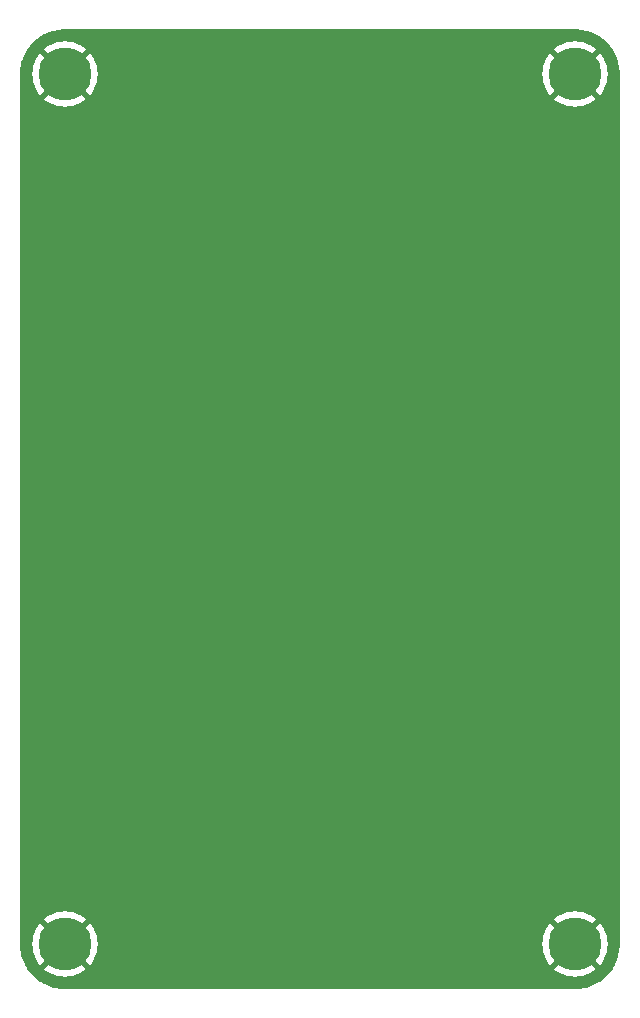
<source format=gbr>
%TF.GenerationSoftware,KiCad,Pcbnew,8.0.8*%
%TF.CreationDate,2025-08-24T09:26:36-04:00*%
%TF.ProjectId,project-protoboard,70726f6a-6563-4742-9d70-726f746f626f,rev?*%
%TF.SameCoordinates,Original*%
%TF.FileFunction,Copper,L2,Bot*%
%TF.FilePolarity,Positive*%
%FSLAX46Y46*%
G04 Gerber Fmt 4.6, Leading zero omitted, Abs format (unit mm)*
G04 Created by KiCad (PCBNEW 8.0.8) date 2025-08-24 09:26:36*
%MOMM*%
%LPD*%
G01*
G04 APERTURE LIST*
%TA.AperFunction,ComponentPad*%
%ADD10C,4.500000*%
%TD*%
%TA.AperFunction,ViaPad*%
%ADD11C,0.800000*%
%TD*%
G04 APERTURE END LIST*
D10*
%TO.P,H4,1,1*%
%TO.N,GND*%
X119380000Y-96520000D03*
%TD*%
%TO.P,H2,1,1*%
%TO.N,GND*%
X119380000Y-22860000D03*
%TD*%
%TO.P,H1,1,1*%
%TO.N,GND*%
X76200000Y-22860000D03*
%TD*%
%TO.P,H3,1,1*%
%TO.N,GND*%
X76200000Y-96520000D03*
%TD*%
D11*
%TO.N,GND*%
X73660000Y-55880000D03*
X73660000Y-93980000D03*
X113030000Y-99060000D03*
X73660000Y-53340000D03*
X82550000Y-99060000D03*
X121920000Y-93980000D03*
X101600000Y-99060000D03*
X79756000Y-52324000D03*
X93980000Y-99060000D03*
%TD*%
%TA.AperFunction,Conductor*%
%TO.N,GND*%
G36*
X119380840Y-19050010D02*
G01*
X119573856Y-19052536D01*
X119585172Y-19053203D01*
X119969967Y-19093646D01*
X119982783Y-19095676D01*
X120360419Y-19175945D01*
X120372954Y-19179304D01*
X120740136Y-19298609D01*
X120752253Y-19303260D01*
X121104964Y-19460297D01*
X121116514Y-19466182D01*
X121450872Y-19659223D01*
X121461753Y-19666289D01*
X121774101Y-19893224D01*
X121784187Y-19901392D01*
X122071096Y-20159725D01*
X122080274Y-20168903D01*
X122338607Y-20455812D01*
X122346775Y-20465898D01*
X122573710Y-20778246D01*
X122580779Y-20789132D01*
X122773813Y-21123478D01*
X122779706Y-21135043D01*
X122936739Y-21487746D01*
X122941390Y-21499863D01*
X123060695Y-21867045D01*
X123064054Y-21879582D01*
X123144322Y-22257214D01*
X123146353Y-22270034D01*
X123186795Y-22654815D01*
X123187463Y-22666153D01*
X123189989Y-22859158D01*
X123190000Y-22860781D01*
X123190000Y-96519218D01*
X123189989Y-96520841D01*
X123187463Y-96713846D01*
X123186795Y-96725184D01*
X123146353Y-97109965D01*
X123144322Y-97122785D01*
X123064054Y-97500417D01*
X123060695Y-97512954D01*
X122941390Y-97880136D01*
X122936739Y-97892253D01*
X122779706Y-98244956D01*
X122773813Y-98256521D01*
X122580779Y-98590867D01*
X122573710Y-98601753D01*
X122346775Y-98914101D01*
X122338607Y-98924187D01*
X122080274Y-99211096D01*
X122071096Y-99220274D01*
X121784187Y-99478607D01*
X121774101Y-99486775D01*
X121461753Y-99713710D01*
X121450867Y-99720779D01*
X121116521Y-99913813D01*
X121104956Y-99919706D01*
X120752253Y-100076739D01*
X120740136Y-100081390D01*
X120372954Y-100200695D01*
X120360417Y-100204054D01*
X119982785Y-100284322D01*
X119969965Y-100286353D01*
X119585184Y-100326795D01*
X119573846Y-100327463D01*
X119387914Y-100329896D01*
X119380839Y-100329989D01*
X119379219Y-100330000D01*
X76200781Y-100330000D01*
X76199160Y-100329989D01*
X76191890Y-100329893D01*
X76006153Y-100327463D01*
X75994815Y-100326795D01*
X75610034Y-100286353D01*
X75597214Y-100284322D01*
X75219582Y-100204054D01*
X75207045Y-100200695D01*
X74839863Y-100081390D01*
X74827746Y-100076739D01*
X74475043Y-99919706D01*
X74463478Y-99913813D01*
X74129132Y-99720779D01*
X74118246Y-99713710D01*
X73805898Y-99486775D01*
X73795812Y-99478607D01*
X73508903Y-99220274D01*
X73499725Y-99211096D01*
X73241392Y-98924187D01*
X73233224Y-98914101D01*
X73141124Y-98787337D01*
X73006286Y-98601749D01*
X72999220Y-98590867D01*
X72806182Y-98256514D01*
X72800297Y-98244964D01*
X72643260Y-97892253D01*
X72638609Y-97880136D01*
X72519304Y-97512954D01*
X72515945Y-97500417D01*
X72515203Y-97496928D01*
X72435676Y-97122783D01*
X72433646Y-97109965D01*
X72393203Y-96725172D01*
X72392536Y-96713856D01*
X72390011Y-96520840D01*
X72390005Y-96520000D01*
X73444974Y-96520000D01*
X73465060Y-96852076D01*
X73525032Y-97179329D01*
X73623999Y-97496928D01*
X73624005Y-97496943D01*
X73760543Y-97800319D01*
X73760545Y-97800321D01*
X73932657Y-98085031D01*
X73932662Y-98085039D01*
X74085862Y-98280583D01*
X75084728Y-97281716D01*
X75170278Y-97399466D01*
X75320534Y-97549722D01*
X75438281Y-97635270D01*
X74439415Y-98634136D01*
X74439415Y-98634137D01*
X74634960Y-98787337D01*
X74634968Y-98787342D01*
X74919678Y-98959454D01*
X74919680Y-98959456D01*
X75223056Y-99095994D01*
X75223071Y-99096000D01*
X75540670Y-99194967D01*
X75867923Y-99254939D01*
X76200000Y-99275025D01*
X76532076Y-99254939D01*
X76859329Y-99194967D01*
X77176928Y-99096000D01*
X77176943Y-99095994D01*
X77480319Y-98959456D01*
X77480321Y-98959454D01*
X77765030Y-98787343D01*
X77960583Y-98634137D01*
X77960583Y-98634136D01*
X76961717Y-97635270D01*
X77079466Y-97549722D01*
X77229722Y-97399466D01*
X77315270Y-97281717D01*
X78314136Y-98280583D01*
X78314137Y-98280583D01*
X78467343Y-98085030D01*
X78639454Y-97800321D01*
X78639456Y-97800319D01*
X78775994Y-97496943D01*
X78776000Y-97496928D01*
X78874967Y-97179329D01*
X78934939Y-96852076D01*
X78955025Y-96520000D01*
X116624974Y-96520000D01*
X116645060Y-96852076D01*
X116705032Y-97179329D01*
X116803999Y-97496928D01*
X116804005Y-97496943D01*
X116940543Y-97800319D01*
X116940545Y-97800321D01*
X117112657Y-98085031D01*
X117112662Y-98085039D01*
X117265862Y-98280583D01*
X118264728Y-97281716D01*
X118350278Y-97399466D01*
X118500534Y-97549722D01*
X118618281Y-97635270D01*
X117619415Y-98634136D01*
X117619415Y-98634137D01*
X117814960Y-98787337D01*
X117814968Y-98787342D01*
X118099678Y-98959454D01*
X118099680Y-98959456D01*
X118403056Y-99095994D01*
X118403071Y-99096000D01*
X118720670Y-99194967D01*
X119047923Y-99254939D01*
X119380000Y-99275025D01*
X119712076Y-99254939D01*
X120039329Y-99194967D01*
X120356928Y-99096000D01*
X120356943Y-99095994D01*
X120660319Y-98959456D01*
X120660321Y-98959454D01*
X120945030Y-98787343D01*
X121140583Y-98634137D01*
X121140583Y-98634136D01*
X120141717Y-97635270D01*
X120259466Y-97549722D01*
X120409722Y-97399466D01*
X120495270Y-97281717D01*
X121494136Y-98280583D01*
X121494137Y-98280583D01*
X121647343Y-98085030D01*
X121819454Y-97800321D01*
X121819456Y-97800319D01*
X121955994Y-97496943D01*
X121956000Y-97496928D01*
X122054967Y-97179329D01*
X122114939Y-96852076D01*
X122135025Y-96520000D01*
X122114939Y-96187923D01*
X122054967Y-95860670D01*
X121956000Y-95543071D01*
X121955994Y-95543056D01*
X121819456Y-95239680D01*
X121819454Y-95239678D01*
X121647342Y-94954968D01*
X121647337Y-94954960D01*
X121494136Y-94759415D01*
X120495270Y-95758281D01*
X120409722Y-95640534D01*
X120259466Y-95490278D01*
X120141716Y-95404728D01*
X121140583Y-94405862D01*
X121140583Y-94405861D01*
X120945039Y-94252662D01*
X120945031Y-94252657D01*
X120660321Y-94080545D01*
X120660319Y-94080543D01*
X120356943Y-93944005D01*
X120356928Y-93943999D01*
X120039329Y-93845032D01*
X119712076Y-93785060D01*
X119380000Y-93764974D01*
X119047923Y-93785060D01*
X118720670Y-93845032D01*
X118403071Y-93943999D01*
X118403056Y-93944005D01*
X118099680Y-94080543D01*
X118099678Y-94080545D01*
X117814968Y-94252657D01*
X117619415Y-94405862D01*
X118618282Y-95404729D01*
X118500534Y-95490278D01*
X118350278Y-95640534D01*
X118264729Y-95758282D01*
X117265862Y-94759415D01*
X117112657Y-94954968D01*
X116940545Y-95239678D01*
X116940543Y-95239680D01*
X116804005Y-95543056D01*
X116803999Y-95543071D01*
X116705032Y-95860670D01*
X116645060Y-96187923D01*
X116624974Y-96520000D01*
X78955025Y-96520000D01*
X78934939Y-96187923D01*
X78874967Y-95860670D01*
X78776000Y-95543071D01*
X78775994Y-95543056D01*
X78639456Y-95239680D01*
X78639454Y-95239678D01*
X78467342Y-94954968D01*
X78467337Y-94954960D01*
X78314136Y-94759415D01*
X77315270Y-95758281D01*
X77229722Y-95640534D01*
X77079466Y-95490278D01*
X76961716Y-95404728D01*
X77960583Y-94405862D01*
X77960583Y-94405861D01*
X77765039Y-94252662D01*
X77765031Y-94252657D01*
X77480321Y-94080545D01*
X77480319Y-94080543D01*
X77176943Y-93944005D01*
X77176928Y-93943999D01*
X76859329Y-93845032D01*
X76532076Y-93785060D01*
X76200000Y-93764974D01*
X75867923Y-93785060D01*
X75540670Y-93845032D01*
X75223071Y-93943999D01*
X75223056Y-93944005D01*
X74919680Y-94080543D01*
X74919678Y-94080545D01*
X74634968Y-94252657D01*
X74439415Y-94405862D01*
X75438282Y-95404729D01*
X75320534Y-95490278D01*
X75170278Y-95640534D01*
X75084729Y-95758282D01*
X74085862Y-94759415D01*
X73932657Y-94954968D01*
X73760545Y-95239678D01*
X73760543Y-95239680D01*
X73624005Y-95543056D01*
X73623999Y-95543071D01*
X73525032Y-95860670D01*
X73465060Y-96187923D01*
X73444974Y-96520000D01*
X72390005Y-96520000D01*
X72390000Y-96519218D01*
X72390000Y-22860781D01*
X72390005Y-22860000D01*
X73444974Y-22860000D01*
X73465060Y-23192076D01*
X73525032Y-23519329D01*
X73623999Y-23836928D01*
X73624005Y-23836943D01*
X73760543Y-24140319D01*
X73760545Y-24140321D01*
X73932657Y-24425031D01*
X73932662Y-24425039D01*
X74085862Y-24620583D01*
X75084728Y-23621716D01*
X75170278Y-23739466D01*
X75320534Y-23889722D01*
X75438281Y-23975270D01*
X74439415Y-24974136D01*
X74439415Y-24974137D01*
X74634960Y-25127337D01*
X74634968Y-25127342D01*
X74919678Y-25299454D01*
X74919680Y-25299456D01*
X75223056Y-25435994D01*
X75223071Y-25436000D01*
X75540670Y-25534967D01*
X75867923Y-25594939D01*
X76200000Y-25615025D01*
X76532076Y-25594939D01*
X76859329Y-25534967D01*
X77176928Y-25436000D01*
X77176943Y-25435994D01*
X77480319Y-25299456D01*
X77480321Y-25299454D01*
X77765030Y-25127343D01*
X77960583Y-24974137D01*
X77960583Y-24974136D01*
X76961717Y-23975270D01*
X77079466Y-23889722D01*
X77229722Y-23739466D01*
X77315270Y-23621717D01*
X78314136Y-24620583D01*
X78314137Y-24620583D01*
X78467343Y-24425030D01*
X78639454Y-24140321D01*
X78639456Y-24140319D01*
X78775994Y-23836943D01*
X78776000Y-23836928D01*
X78874967Y-23519329D01*
X78934939Y-23192076D01*
X78955025Y-22860000D01*
X116624974Y-22860000D01*
X116645060Y-23192076D01*
X116705032Y-23519329D01*
X116803999Y-23836928D01*
X116804005Y-23836943D01*
X116940543Y-24140319D01*
X116940545Y-24140321D01*
X117112657Y-24425031D01*
X117112662Y-24425039D01*
X117265862Y-24620583D01*
X118264728Y-23621716D01*
X118350278Y-23739466D01*
X118500534Y-23889722D01*
X118618281Y-23975270D01*
X117619415Y-24974136D01*
X117619415Y-24974137D01*
X117814960Y-25127337D01*
X117814968Y-25127342D01*
X118099678Y-25299454D01*
X118099680Y-25299456D01*
X118403056Y-25435994D01*
X118403071Y-25436000D01*
X118720670Y-25534967D01*
X119047923Y-25594939D01*
X119380000Y-25615025D01*
X119712076Y-25594939D01*
X120039329Y-25534967D01*
X120356928Y-25436000D01*
X120356943Y-25435994D01*
X120660319Y-25299456D01*
X120660321Y-25299454D01*
X120945030Y-25127343D01*
X121140583Y-24974137D01*
X121140583Y-24974136D01*
X120141717Y-23975270D01*
X120259466Y-23889722D01*
X120409722Y-23739466D01*
X120495270Y-23621717D01*
X121494136Y-24620583D01*
X121494137Y-24620583D01*
X121647343Y-24425030D01*
X121819454Y-24140321D01*
X121819456Y-24140319D01*
X121955994Y-23836943D01*
X121956000Y-23836928D01*
X122054967Y-23519329D01*
X122114939Y-23192076D01*
X122135025Y-22860000D01*
X122114939Y-22527923D01*
X122054967Y-22200670D01*
X121956000Y-21883071D01*
X121955994Y-21883056D01*
X121819456Y-21579680D01*
X121819454Y-21579678D01*
X121647342Y-21294968D01*
X121647337Y-21294960D01*
X121494136Y-21099415D01*
X120495270Y-22098281D01*
X120409722Y-21980534D01*
X120259466Y-21830278D01*
X120141716Y-21744728D01*
X121140583Y-20745862D01*
X121140583Y-20745861D01*
X120945039Y-20592662D01*
X120945031Y-20592657D01*
X120660321Y-20420545D01*
X120660319Y-20420543D01*
X120356943Y-20284005D01*
X120356928Y-20283999D01*
X120039329Y-20185032D01*
X119712076Y-20125060D01*
X119380000Y-20104974D01*
X119047923Y-20125060D01*
X118720670Y-20185032D01*
X118403071Y-20283999D01*
X118403056Y-20284005D01*
X118099680Y-20420543D01*
X118099678Y-20420545D01*
X117814968Y-20592657D01*
X117619415Y-20745862D01*
X118618282Y-21744729D01*
X118500534Y-21830278D01*
X118350278Y-21980534D01*
X118264729Y-22098282D01*
X117265862Y-21099415D01*
X117112657Y-21294968D01*
X116940545Y-21579678D01*
X116940543Y-21579680D01*
X116804005Y-21883056D01*
X116803999Y-21883071D01*
X116705032Y-22200670D01*
X116645060Y-22527923D01*
X116624974Y-22860000D01*
X78955025Y-22860000D01*
X78934939Y-22527923D01*
X78874967Y-22200670D01*
X78776000Y-21883071D01*
X78775994Y-21883056D01*
X78639456Y-21579680D01*
X78639454Y-21579678D01*
X78467342Y-21294968D01*
X78467337Y-21294960D01*
X78314136Y-21099415D01*
X77315270Y-22098281D01*
X77229722Y-21980534D01*
X77079466Y-21830278D01*
X76961716Y-21744728D01*
X77960583Y-20745862D01*
X77960583Y-20745861D01*
X77765039Y-20592662D01*
X77765031Y-20592657D01*
X77480321Y-20420545D01*
X77480319Y-20420543D01*
X77176943Y-20284005D01*
X77176928Y-20283999D01*
X76859329Y-20185032D01*
X76532076Y-20125060D01*
X76200000Y-20104974D01*
X75867923Y-20125060D01*
X75540670Y-20185032D01*
X75223071Y-20283999D01*
X75223056Y-20284005D01*
X74919680Y-20420543D01*
X74919678Y-20420545D01*
X74634968Y-20592657D01*
X74439415Y-20745862D01*
X75438282Y-21744729D01*
X75320534Y-21830278D01*
X75170278Y-21980534D01*
X75084729Y-22098282D01*
X74085862Y-21099415D01*
X73932657Y-21294968D01*
X73760545Y-21579678D01*
X73760543Y-21579680D01*
X73624005Y-21883056D01*
X73623999Y-21883071D01*
X73525032Y-22200670D01*
X73465060Y-22527923D01*
X73444974Y-22860000D01*
X72390005Y-22860000D01*
X72390011Y-22859159D01*
X72390011Y-22859158D01*
X72392536Y-22666142D01*
X72393203Y-22654828D01*
X72433646Y-22270029D01*
X72435677Y-22257214D01*
X72447696Y-22200670D01*
X72515946Y-21879575D01*
X72519304Y-21867045D01*
X72612676Y-21579678D01*
X72638611Y-21499857D01*
X72643260Y-21487746D01*
X72800301Y-21135027D01*
X72806178Y-21123493D01*
X72999228Y-20789118D01*
X73006280Y-20778258D01*
X73233231Y-20465889D01*
X73241385Y-20455820D01*
X73499734Y-20168893D01*
X73508893Y-20159734D01*
X73795820Y-19901385D01*
X73805889Y-19893231D01*
X74118258Y-19666280D01*
X74129118Y-19659228D01*
X74463493Y-19466178D01*
X74475027Y-19460301D01*
X74827753Y-19303257D01*
X74839857Y-19298611D01*
X75207051Y-19179302D01*
X75219575Y-19175946D01*
X75597219Y-19095676D01*
X75610029Y-19093646D01*
X75994828Y-19053203D01*
X76006142Y-19052536D01*
X76199159Y-19050010D01*
X76200781Y-19050000D01*
X119379219Y-19050000D01*
X119380840Y-19050010D01*
G37*
%TD.AperFunction*%
%TD*%
M02*

</source>
